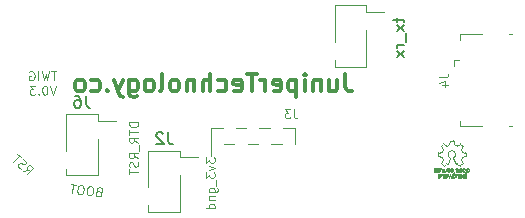
<source format=gbo>
G04 #@! TF.GenerationSoftware,KiCad,Pcbnew,(6.0.0)*
G04 #@! TF.CreationDate,2022-02-21T14:52:46-06:00*
G04 #@! TF.ProjectId,temp sensor,74656d70-2073-4656-9e73-6f722e6b6963,0.3*
G04 #@! TF.SameCoordinates,Original*
G04 #@! TF.FileFunction,Legend,Bot*
G04 #@! TF.FilePolarity,Positive*
%FSLAX45Y45*%
G04 Gerber Fmt 4.5, Leading zero omitted, Abs format (unit mm)*
G04 Created by KiCad (PCBNEW (6.0.0)) date 2022-02-21 14:52:46*
%MOMM*%
%LPD*%
G01*
G04 APERTURE LIST*
%ADD10C,0.045000*%
%ADD11C,0.150000*%
%ADD12C,0.120000*%
%ADD13C,0.300000*%
G04 APERTURE END LIST*
D10*
X16028345Y-10036299D02*
G75*
G03*
X16031978Y-10037048I3579J8170D01*
G01*
X16007158Y-10064211D02*
G75*
G03*
X16003683Y-10061456I-7364J-5721D01*
G01*
X15880720Y-10091926D02*
X15886961Y-10091926D01*
X16060716Y-10036501D02*
G75*
G03*
X16062698Y-10036690I1887J9313D01*
G01*
X15952699Y-10034796D02*
G75*
G03*
X15954001Y-10036044I2968J1794D01*
G01*
X16100103Y-10026992D02*
X16100024Y-10029901D01*
X15910913Y-10032142D02*
X15910913Y-10011514D01*
X15856304Y-10016997D02*
G75*
G03*
X15854401Y-10014849I-8551J-5654D01*
G01*
X16050404Y-10031905D02*
G75*
G03*
X16050748Y-10035011I22873J964D01*
G01*
X15970203Y-9923110D02*
G75*
G03*
X15969442Y-9925040I627J-1363D01*
G01*
X15981764Y-10066967D02*
G75*
G03*
X15979775Y-10066779I-1893J-9377D01*
G01*
X15901875Y-10067367D02*
G75*
G03*
X15900716Y-10068636I1709J-2723D01*
G01*
X15996053Y-10042542D02*
X15996053Y-10024066D01*
X15841504Y-9908967D02*
X15869373Y-9914344D01*
X15847965Y-10036088D02*
G75*
G03*
X15850489Y-10034283I-2257J5823D01*
G01*
X15985075Y-10083053D02*
G75*
G03*
X15985958Y-10076376I-22874J6419D01*
G01*
X16008346Y-10011514D02*
X16008346Y-10014827D01*
X15910704Y-10034629D02*
G75*
G03*
X15910913Y-10032142I-13808J2414D01*
G01*
X16020756Y-10070795D02*
X16020756Y-10092041D01*
X15941646Y-10070221D02*
X15941761Y-10070221D01*
X15919727Y-10060897D02*
X15929653Y-10091926D01*
X16038702Y-10068844D02*
G75*
G03*
X16036579Y-10066908I-3872J-2113D01*
G01*
X16038878Y-10091657D02*
G75*
G03*
X16042130Y-10089659I-2731J8095D01*
G01*
X15954452Y-10017847D02*
G75*
G03*
X15950629Y-10019920I7960J-19243D01*
G01*
X15941963Y-10031423D02*
G75*
G03*
X15942159Y-10026992I-43384J4135D01*
G01*
X15852003Y-10022834D02*
G75*
G03*
X15850489Y-10019812I-7734J-1985D01*
G01*
X15935826Y-10024163D02*
G75*
G03*
X15935589Y-10022301I-12457J-640D01*
G01*
X16090614Y-10036119D02*
G75*
G03*
X16093562Y-10036690I2787J6502D01*
G01*
X15969442Y-9925040D02*
X15989121Y-9973237D01*
X15940804Y-9778317D02*
X15935428Y-9806186D01*
X16065090Y-10067220D02*
G75*
G03*
X16062641Y-10066779I-2368J-6129D01*
G01*
X16042484Y-9871342D02*
G75*
G03*
X16043585Y-9872241I1386J574D01*
G01*
X16027602Y-10084968D02*
G75*
G03*
X16028230Y-10085614I1962J1281D01*
G01*
X16093562Y-10036689D02*
G75*
G03*
X16096531Y-10036119I171J7125D01*
G01*
X15923503Y-10012439D02*
G75*
G03*
X15921475Y-10013753I8951J-16033D01*
G01*
X16050748Y-10019088D02*
G75*
G03*
X16050404Y-10022194I22315J-4046D01*
G01*
X15969863Y-10024286D02*
G75*
G03*
X15970497Y-10020723I-8764J3398D01*
G01*
X16032958Y-9846584D02*
X16048862Y-9823077D01*
X16068708Y-10064211D02*
G75*
G03*
X16065233Y-10061456I-7364J-5721D01*
G01*
X15857470Y-10068278D02*
G75*
G03*
X15855397Y-10066884I-4362J-4252D01*
G01*
X15923151Y-10022301D02*
G75*
G03*
X15922893Y-10024180I11259J-2503D01*
G01*
X15967424Y-10048374D02*
X15967424Y-10091926D01*
X15973664Y-10088698D02*
G75*
G03*
X15977304Y-10091388I8216J7312D01*
G01*
X15812909Y-10021162D02*
G75*
G03*
X15812345Y-10024252I9568J-3345D01*
G01*
X15926105Y-10042587D02*
G75*
G03*
X15929363Y-10042901I3116J15285D01*
G01*
X16037286Y-10035133D02*
G75*
G03*
X16038846Y-10032739I-4051J4345D01*
G01*
X16043479Y-10065086D02*
G75*
G03*
X16039197Y-10061639I-8639J-6350D01*
G01*
X16068386Y-10070652D02*
G75*
G03*
X16067073Y-10068543I-5331J-1856D01*
G01*
X16068823Y-10091926D02*
X16075063Y-10091926D01*
X15858477Y-10031020D02*
G75*
G03*
X15858748Y-10027064I-26671J3820D01*
G01*
X15972534Y-10037378D02*
X15968173Y-10033060D01*
X15864096Y-9963508D02*
G75*
G03*
X15864278Y-9965409I1242J-841D01*
G01*
X16090303Y-10011476D02*
G75*
G03*
X16087702Y-10012439I1895J-9117D01*
G01*
X15992087Y-10081253D02*
X15992198Y-10076376D01*
X15977530Y-9806186D02*
X15972154Y-9778317D01*
X15935589Y-10031798D02*
G75*
G03*
X15935826Y-10029901I-12522J2527D01*
G01*
X16001233Y-10066778D02*
G75*
G03*
X15999154Y-10067162I20J-5932D01*
G01*
X15958935Y-10017036D02*
G75*
G03*
X15954452Y-10017847I-198J-11706D01*
G01*
X16087702Y-10012439D02*
G75*
G03*
X16085674Y-10013753I8940J-16017D01*
G01*
X16050404Y-10022194D02*
X16050289Y-10027064D01*
X16096531Y-10036119D02*
G75*
G03*
X16098583Y-10034409I-2037J4528D01*
G01*
X15946959Y-10037414D02*
G75*
G03*
X15949762Y-10040419I7236J3939D01*
G01*
X15900340Y-10089301D02*
X15900469Y-10089301D01*
X15852003Y-10031275D02*
G75*
G03*
X15852508Y-10027064I-15200J3959D01*
G01*
X16059174Y-10035935D02*
G75*
G03*
X16060716Y-10036501I2594J4681D01*
G01*
X15877130Y-10061456D02*
G75*
G03*
X15872529Y-10060538I-4404J-10082D01*
G01*
X15849797Y-10041987D02*
G75*
G03*
X15854401Y-10039243I-5644J14707D01*
G01*
X15984351Y-10060825D02*
G75*
G03*
X15981683Y-10060538I-2584J-11480D01*
G01*
X16072670Y-9879090D02*
G75*
G03*
X16071454Y-9877617I-1500J0D01*
G01*
X16031978Y-10037048D02*
G75*
G03*
X16034919Y-10036569I107J8614D01*
G01*
X16088541Y-10019676D02*
G75*
G03*
X16087350Y-10022301I6758J-4648D01*
G01*
X16013513Y-10091926D02*
X16013513Y-10060897D01*
X15886139Y-10042542D02*
X15892379Y-10042542D01*
X15844432Y-10036690D02*
G75*
G03*
X15847965Y-10036088I196J9531D01*
G01*
X16098583Y-10019676D02*
G75*
G03*
X16096531Y-10017965I-4088J-2817D01*
G01*
X15973664Y-10076376D02*
G75*
G03*
X15974547Y-10082931I24136J-89D01*
G01*
X16084137Y-10038956D02*
G75*
G03*
X16085674Y-10040346I8014J7317D01*
G01*
X15977344Y-10061557D02*
G75*
G03*
X15973664Y-10064211I7791J-14680D01*
G01*
X16068823Y-10073449D02*
X16068823Y-10091926D01*
X16103001Y-10038956D02*
G75*
G03*
X16105576Y-10034531I-8810J8088D01*
G01*
X16058159Y-10042621D02*
G75*
G03*
X16060804Y-10042901I2562J11584D01*
G01*
X16067073Y-10068543D02*
G75*
G03*
X16065090Y-10067220I-4136J-4051D01*
G01*
X15857661Y-10019750D02*
G75*
G03*
X15856304Y-10016997I-11833J-4127D01*
G01*
X15811914Y-10041753D02*
G75*
G03*
X15817940Y-10042901I5979J15002D01*
G01*
X15809950Y-10014698D02*
G75*
G03*
X15807077Y-10018858I7686J-8379D01*
G01*
X16044486Y-10035099D02*
G75*
G03*
X16045326Y-10031529I-17403J5981D01*
G01*
X15841329Y-10042524D02*
G75*
G03*
X15844675Y-10042901I3273J14026D01*
G01*
X15909936Y-10079152D02*
G75*
G03*
X15907613Y-10078857I-2497J-10366D01*
G01*
X15910074Y-10036795D02*
G75*
G03*
X15910704Y-10034629I-9583J3961D01*
G01*
X15955965Y-10036797D02*
G75*
G03*
X15958390Y-10037048I2326J10632D01*
G01*
X15864527Y-10084482D02*
G75*
G03*
X15865367Y-10080913I-17403J5979D01*
G01*
X15910123Y-10066908D02*
G75*
G03*
X15908509Y-10066542I-2705J-8190D01*
G01*
X15937280Y-10040346D02*
G75*
G03*
X15938802Y-10038956I-6422J8563D01*
G01*
X15846874Y-10070546D02*
G75*
G03*
X15846310Y-10073636I9568J-3345D01*
G01*
X16050748Y-10035011D02*
G75*
G03*
X16052498Y-10038899I9042J1733D01*
G01*
X15869373Y-9872241D02*
G75*
G03*
X15870474Y-9871342I-284J1473D01*
G01*
X16058159Y-10011442D02*
G75*
G03*
X16055905Y-10012303I1932J-8439D01*
G01*
X15966165Y-10041520D02*
G75*
G03*
X15972534Y-10037378I-7891J19101D01*
G01*
X16000155Y-10011155D02*
G75*
G03*
X15996603Y-10011842I19J-9625D01*
G01*
X15986618Y-10091166D02*
G75*
G03*
X15989989Y-10088282I-4726J8939D01*
G01*
X16032815Y-9938585D02*
X16042484Y-9915242D01*
X16066207Y-10035908D02*
G75*
G03*
X16067955Y-10033562I-1931J3264D01*
G01*
X16028194Y-10061091D02*
G75*
G03*
X16024199Y-10062776I2833J-12290D01*
G01*
X15903815Y-10066628D02*
G75*
G03*
X15901875Y-10067367I984J-5502D01*
G01*
X15973664Y-10064211D02*
X15973664Y-10048374D01*
X15992087Y-10071559D02*
G75*
G03*
X15991754Y-10068471I-23307J-954D01*
G01*
X16099465Y-10012439D02*
G75*
G03*
X16096859Y-10011476I-4457J-8053D01*
G01*
X15905203Y-10092205D02*
G75*
G03*
X15907914Y-10092399I2582J17065D01*
G01*
X16014586Y-10011514D02*
X16008346Y-10011514D01*
X15916595Y-10026992D02*
G75*
G03*
X15916789Y-10031423I44010J-296D01*
G01*
X15977819Y-10066975D02*
G75*
G03*
X15976295Y-10067564I1065J-5023D01*
G01*
X16023873Y-10014698D02*
G75*
G03*
X16021001Y-10018858I7684J-8378D01*
G01*
X15880253Y-10070331D02*
G75*
G03*
X15878848Y-10068321I-4415J-1589D01*
G01*
X16042130Y-10089659D02*
G75*
G03*
X16044282Y-10086658I-5822J6446D01*
G01*
X16065233Y-10061456D02*
G75*
G03*
X16060632Y-10060538I-4404J-10082D01*
G01*
X15838120Y-10033419D02*
X15833514Y-10037550D01*
X15958877Y-10042901D02*
G75*
G03*
X15966165Y-10041520I128J19249D01*
G01*
X16044282Y-10086658D02*
G75*
G03*
X16044999Y-10082931I-8686J3604D01*
G01*
X16068823Y-10014770D02*
G75*
G03*
X16065190Y-10012059I-8212J-7214D01*
G01*
X16071454Y-9877617D02*
X16043585Y-9872241D01*
X16007273Y-10091926D02*
X16013513Y-10091926D01*
X15952779Y-10024376D02*
G75*
G03*
X15950882Y-10024975I2187J-10228D01*
G01*
X15894300Y-10070795D02*
X15894300Y-10092041D01*
X15960155Y-10023707D02*
X15955019Y-10024066D01*
X15983310Y-10085318D02*
G75*
G03*
X15985075Y-10083053I-1803J3226D01*
G01*
X15917370Y-10034531D02*
G75*
G03*
X15919938Y-10038956I11315J3608D01*
G01*
X15865367Y-10080913D02*
G75*
G03*
X15865647Y-10076533I-31242J4196D01*
G01*
X15946771Y-10015372D02*
X15950629Y-10019920D01*
X15879054Y-10011514D02*
X15872814Y-10011514D01*
X15833514Y-10016534D02*
X15838120Y-10020637D01*
X15840686Y-10087292D02*
G75*
G03*
X15843140Y-10089602I11417J9669D01*
G01*
X15886263Y-9800909D02*
G75*
G03*
X15884362Y-9801091I-841J-1242D01*
G01*
X16028330Y-10067367D02*
G75*
G03*
X16027172Y-10068636I1709J-2723D01*
G01*
X16056530Y-10091926D02*
X16056530Y-10073449D01*
X16030298Y-10017501D02*
G75*
G03*
X16028241Y-10018894I2314J-5631D01*
G01*
X16087350Y-10022301D02*
G75*
G03*
X16087092Y-10024180I11259J-2504D01*
G01*
X16068823Y-10011514D02*
X16068823Y-10014770D01*
X16026795Y-10081138D02*
G75*
G03*
X16027154Y-10084007I9582J-258D01*
G01*
X15993176Y-10013902D02*
G75*
G03*
X15990653Y-10017279I5406J-6670D01*
G01*
X15943970Y-10060897D02*
X15939423Y-10060897D01*
X15845205Y-10083433D02*
G75*
G03*
X15848387Y-10085682I7429J7135D01*
G01*
X16032810Y-10011155D02*
G75*
G03*
X16028022Y-10012041I-95J-12868D01*
G01*
X16039197Y-10061639D02*
G75*
G03*
X16036448Y-10060806I-4852J-11059D01*
G01*
X16106162Y-10031423D02*
G75*
G03*
X16106358Y-10026992I-43462J4136D01*
G01*
X15952264Y-10033060D02*
G75*
G03*
X15952699Y-10034796I3387J-75D01*
G01*
X15934529Y-9807287D02*
G75*
G03*
X15935428Y-9806186I-574J1386D01*
G01*
X16096531Y-10017965D02*
G75*
G03*
X16093562Y-10017395I-2799J-6559D01*
G01*
X16013513Y-10060897D02*
X16007273Y-10060897D01*
X15859407Y-10073636D02*
X15846310Y-10073636D01*
X15912246Y-10068844D02*
X15917023Y-10065086D01*
X15932332Y-10017965D02*
G75*
G03*
X15929363Y-10017395I-2799J-6557D01*
G01*
X15894543Y-10068175D02*
G75*
G03*
X15894300Y-10070795I15209J-2728D01*
G01*
X16099788Y-10031798D02*
G75*
G03*
X16100024Y-10029901I-12521J2526D01*
G01*
X15831424Y-10022967D02*
G75*
G03*
X15830647Y-10019484I-19219J-2458D01*
G01*
X15983310Y-10067533D02*
G75*
G03*
X15981764Y-10066967I-2598J-4700D01*
G01*
X16048681Y-9821175D02*
X16028596Y-9801091D01*
X15963389Y-10022667D02*
G75*
G03*
X15964040Y-10021761I-2196J2265D01*
G01*
X15917023Y-10065086D02*
G75*
G03*
X15912741Y-10061639I-8637J-6347D01*
G01*
X15892379Y-10030019D02*
G75*
G03*
X15892816Y-10032834I8373J-142D01*
G01*
X16023099Y-10040218D02*
G75*
G03*
X16025838Y-10041753I7252J9732D01*
G01*
X15929363Y-10042901D02*
G75*
G03*
X15932660Y-10042587I151J15895D01*
G01*
X15946547Y-10029945D02*
G75*
G03*
X15946024Y-10033361I10309J-3325D01*
G01*
X15850489Y-10019812D02*
G75*
G03*
X15847965Y-10017999I-4792J-4007D01*
G01*
X16008346Y-10024066D02*
X16008346Y-10042542D01*
X16003683Y-10061456D02*
G75*
G03*
X15999081Y-10060538I-4404J-10082D01*
G01*
X16093562Y-10017395D02*
G75*
G03*
X16090614Y-10017965I-162J-7068D01*
G01*
X15965089Y-10028726D02*
G75*
G03*
X15967958Y-10026971I-3534J8997D01*
G01*
X15840288Y-9907494D02*
G75*
G03*
X15841504Y-9908967I1500J0D01*
G01*
X15855397Y-10066884D02*
G75*
G03*
X15852851Y-10066420I-2464J-6296D01*
G01*
X15829161Y-10037859D02*
G75*
G03*
X15830562Y-10035099I-9100J6355D01*
G01*
X15850489Y-10034283D02*
G75*
G03*
X15852003Y-10031275I-6168J4989D01*
G01*
X16065190Y-10012059D02*
G75*
G03*
X16060804Y-10011155I-4273J-9643D01*
G01*
X15989812Y-10042542D02*
X15996053Y-10042542D01*
X15942159Y-10026992D02*
G75*
G03*
X15941963Y-10022637I-42266J284D01*
G01*
X16031659Y-10092205D02*
G75*
G03*
X16034370Y-10092399I2582J17065D01*
G01*
X16045606Y-10027150D02*
G75*
G03*
X16045348Y-10022967I-31360J160D01*
G01*
X15948112Y-10027042D02*
G75*
G03*
X15946547Y-10029945I7393J-5860D01*
G01*
X15845879Y-10091137D02*
G75*
G03*
X15851905Y-10092284I5979J15002D01*
G01*
X15838349Y-10041395D02*
G75*
G03*
X15841329Y-10042524I5790J10778D01*
G01*
X16067955Y-10020537D02*
G75*
G03*
X16066207Y-10018181I-3697J-917D01*
G01*
X16026695Y-9800909D02*
X16003187Y-9816813D01*
X15856304Y-10037110D02*
G75*
G03*
X15857661Y-10034369I-10345J6832D01*
G01*
X16026834Y-10021162D02*
G75*
G03*
X16026269Y-10024252I9568J-3346D01*
G01*
X15999768Y-10017836D02*
G75*
G03*
X15997803Y-10019160I2208J-5401D01*
G01*
X15903065Y-10091625D02*
G75*
G03*
X15905203Y-10092206I3508J8684D01*
G01*
X16050289Y-10071297D02*
X16050289Y-10091926D01*
X15996490Y-10021268D02*
G75*
G03*
X15996053Y-10024066I7859J-2661D01*
G01*
X15992198Y-10076376D02*
X15992087Y-10071559D01*
X16100024Y-10024163D02*
G75*
G03*
X16099788Y-10022301I-12422J-634D01*
G01*
X15900340Y-10081138D02*
G75*
G03*
X15900699Y-10084007I9582J-258D01*
G01*
X15976295Y-10085288D02*
G75*
G03*
X15977819Y-10085877I2590J4436D01*
G01*
X16045000Y-10082931D02*
G75*
G03*
X16044379Y-10079356I-9982J109D01*
G01*
X15960155Y-10023707D02*
G75*
G03*
X15962147Y-10023361I-474J8640D01*
G01*
X16026795Y-10081138D02*
X16026795Y-10078857D01*
X15929363Y-10036690D02*
G75*
G03*
X15932332Y-10036119I171J7128D01*
G01*
X16066207Y-10018181D02*
G75*
G03*
X16064673Y-10017591I-2597J-4473D01*
G01*
X15955164Y-10011442D02*
G75*
G03*
X15951971Y-10012303I2430J-15367D01*
G01*
X15981683Y-10092284D02*
G75*
G03*
X15984351Y-10092005I85J12054D01*
G01*
X16093562Y-10011155D02*
G75*
G03*
X16090303Y-10011476I-141J-15264D01*
G01*
X15857661Y-10034369D02*
G75*
G03*
X15858477Y-10031020I-16719J5844D01*
G01*
X15818886Y-10017037D02*
G75*
G03*
X15816374Y-10017501I-77J-6607D01*
G01*
X15814422Y-10036299D02*
G75*
G03*
X15818055Y-10037048I3579J8170D01*
G01*
X15907914Y-10092399D02*
G75*
G03*
X15912422Y-10091657I-75J14513D01*
G01*
X15872814Y-10042542D02*
X15879054Y-10042542D01*
X15955019Y-10024066D02*
G75*
G03*
X15952779Y-10024375I975J-15292D01*
G01*
X15823362Y-10035133D02*
G75*
G03*
X15824922Y-10032739I-4053J4346D01*
G01*
X16036579Y-10066908D02*
G75*
G03*
X16034965Y-10066542I-2705J-8190D01*
G01*
X16039455Y-10074421D02*
G75*
G03*
X16035202Y-10073722I-4170J-12078D01*
G01*
X15915675Y-10089659D02*
G75*
G03*
X15917827Y-10086658I-5822J6446D01*
G01*
X15823505Y-10018894D02*
G75*
G03*
X15821432Y-10017501I-4362J-4252D01*
G01*
X15857275Y-10061404D02*
G75*
G03*
X15852851Y-10060538I-4439J-10943D01*
G01*
X15869373Y-9872241D02*
X15841504Y-9877617D01*
X16026695Y-9985675D02*
G75*
G03*
X16028596Y-9985494I841J1242D01*
G01*
X15922807Y-10027064D02*
X15922893Y-10024180D01*
X15995754Y-10061137D02*
G75*
G03*
X15992598Y-10062934I4175J-11006D01*
G01*
X15967958Y-10026971D02*
G75*
G03*
X15969863Y-10024286I-4693J5346D01*
G01*
X15880143Y-9847999D02*
X15870474Y-9871342D01*
X15963666Y-10060897D02*
X15957067Y-10060897D01*
X15858139Y-10013551D02*
X15862643Y-10018930D01*
X15884362Y-9985494D02*
G75*
G03*
X15886264Y-9985675I1061J1061D01*
G01*
X15951114Y-10082630D02*
X15950999Y-10082630D01*
X16004756Y-10012073D02*
G75*
G03*
X16000155Y-10011155I-4404J-10082D01*
G01*
X15900940Y-10036252D02*
G75*
G03*
X15902923Y-10034939I-2137J5383D01*
G01*
X16004613Y-10017836D02*
G75*
G03*
X16002164Y-10017395I-2368J-6129D01*
G01*
X15970203Y-9923110D02*
G75*
G03*
X15942755Y-9923110I-13724J29818D01*
G01*
X15858477Y-10023105D02*
G75*
G03*
X15857661Y-10019750I-17624J-2505D01*
G01*
X15958935Y-10011155D02*
G75*
G03*
X15955164Y-10011442I-130J-23229D01*
G01*
X15903901Y-10086342D02*
G75*
G03*
X15907154Y-10086546I2740J17613D01*
G01*
X15951971Y-10012303D02*
G75*
G03*
X15946771Y-10015372I6823J-17497D01*
G01*
X16026795Y-10073722D02*
X16026795Y-10070437D01*
X16028596Y-9801091D02*
G75*
G03*
X16026695Y-9800909I-1061J-1061D01*
G01*
X16030357Y-10086342D02*
G75*
G03*
X16033610Y-10086546I2740J17613D01*
G01*
X15935266Y-10041646D02*
G75*
G03*
X15937280Y-10040346I-8072J14717D01*
G01*
X16087092Y-10029936D02*
G75*
G03*
X16087350Y-10031812I11502J628D01*
G01*
X15935266Y-10012439D02*
G75*
G03*
X15932660Y-10011476I-4458J-8055D01*
G01*
X15861295Y-10011754D02*
G75*
G03*
X15858139Y-10013551I4176J-11008D01*
G01*
X15989989Y-10088282D02*
G75*
G03*
X15991754Y-10084380I-6985J5509D01*
G01*
X16026795Y-10089301D02*
X16026925Y-10089301D01*
X16068823Y-10039257D02*
X16068823Y-10064211D01*
X15935826Y-10024162D02*
X15935905Y-10026992D01*
X15892379Y-10039257D02*
X15892508Y-10039257D01*
X15916062Y-10076404D02*
G75*
G03*
X15912999Y-10074421I-5667J-5395D01*
G01*
X16039018Y-10081039D02*
G75*
G03*
X16038042Y-10079879I-2662J-1250D01*
G01*
X16037234Y-10012021D02*
G75*
G03*
X16032810Y-10011155I-4439J-10945D01*
G01*
X15897743Y-10062776D02*
G75*
G03*
X15895196Y-10065964I4234J-5994D01*
G01*
X15900340Y-10092041D02*
X15900340Y-10089301D01*
X16038042Y-10079880D02*
G75*
G03*
X16036392Y-10079152I-2766J-4039D01*
G01*
X15900340Y-10081138D02*
X15900340Y-10078857D01*
X15921875Y-9974055D02*
G75*
G03*
X15923837Y-9973237I574J1386D01*
G01*
X15880720Y-10073277D02*
G75*
G03*
X15880253Y-10070331I-8334J188D01*
G01*
X16098583Y-10034409D02*
G75*
G03*
X16099788Y-10031798I-5656J4194D01*
G01*
X16036448Y-10060806D02*
G75*
G03*
X16033294Y-10060567I-2789J-15851D01*
G01*
X16101478Y-10013753D02*
G75*
G03*
X16099465Y-10012439I-10884J-14476D01*
G01*
X16024199Y-10062776D02*
G75*
G03*
X16021652Y-10065964I4234J-5994D01*
G01*
X15865389Y-10072350D02*
G75*
G03*
X15864612Y-10068868I-19219J-2458D01*
G01*
X15941378Y-10019554D02*
G75*
G03*
X15938802Y-10015129I-11387J-3664D01*
G01*
X15880605Y-10064211D02*
G75*
G03*
X15877130Y-10061456I-7364J-5721D01*
G01*
X15904236Y-10032834D02*
G75*
G03*
X15904673Y-10030019I-7936J2673D01*
G01*
X16055905Y-10012303D02*
G75*
G03*
X16052498Y-10015186I5309J-9728D01*
G01*
X16034370Y-10092399D02*
G75*
G03*
X16038878Y-10091657I-75J14513D01*
G01*
X16105576Y-10019554D02*
G75*
G03*
X16103001Y-10015129I-11385J-3662D01*
G01*
X16068823Y-10027064D02*
G75*
G03*
X16067955Y-10020537I-24405J76D01*
G01*
X15886961Y-10091926D02*
X15886961Y-10060897D01*
X15934383Y-10019676D02*
G75*
G03*
X15932332Y-10017965I-4089J-2818D01*
G01*
X16081569Y-10034531D02*
G75*
G03*
X16084137Y-10038956I11316J3608D01*
G01*
X15934529Y-9807287D02*
X15911186Y-9816956D01*
X16033610Y-10086546D02*
G75*
G03*
X16036210Y-10086242I180J9711D01*
G01*
X15872347Y-10020947D02*
G75*
G03*
X15870942Y-10018937I-4415J-1590D01*
G01*
X15892508Y-10039257D02*
G75*
G03*
X15895958Y-10041990I7331J5712D01*
G01*
X15974547Y-10069920D02*
G75*
G03*
X15973664Y-10076376I22875J-6414D01*
G01*
X15844432Y-10017395D02*
G75*
G03*
X15841017Y-10018206I-55J-7364D01*
G01*
X16001772Y-9816956D02*
X15978429Y-9807287D01*
X16050500Y-10068822D02*
G75*
G03*
X16050289Y-10071297I13664J-2407D01*
G01*
X15919938Y-10038956D02*
G75*
G03*
X15921475Y-10040346I8015J7319D01*
G01*
X15909754Y-10086242D02*
G75*
G03*
X15911500Y-10085327I-1018J4069D01*
G01*
X15929363Y-10017395D02*
G75*
G03*
X15926415Y-10017965I-161J-7071D01*
G01*
X15845205Y-10083433D02*
X15840687Y-10087292D01*
X16051130Y-10066662D02*
G75*
G03*
X16050500Y-10068822I9534J-3956D01*
G01*
X15937280Y-10013753D02*
G75*
G03*
X15935266Y-10012439I-10865J-14452D01*
G01*
X15919938Y-10015129D02*
G75*
G03*
X15917370Y-10019554I8749J-8034D01*
G01*
X15880720Y-10060897D02*
X15880720Y-10064211D01*
X16036210Y-10086242D02*
G75*
G03*
X16037956Y-10085327I-1018J4069D01*
G01*
X16060804Y-10011155D02*
G75*
G03*
X16058159Y-10011442I-82J-11581D01*
G01*
X15863126Y-10087243D02*
G75*
G03*
X15864527Y-10084482I-9100J6355D01*
G01*
X15977304Y-10091388D02*
G75*
G03*
X15981683Y-10092284I4269J9706D01*
G01*
X15938802Y-10038956D02*
G75*
G03*
X15941378Y-10034531I-8810J8088D01*
G01*
X16029521Y-10091625D02*
G75*
G03*
X16031659Y-10092206I3508J8684D01*
G01*
X15844675Y-10042901D02*
G75*
G03*
X15849797Y-10041987I66J14431D01*
G01*
X15953909Y-10042281D02*
G75*
G03*
X15958878Y-10042901I4802J18254D01*
G01*
X16007273Y-10073277D02*
X16007273Y-10091926D01*
X15806119Y-10024252D02*
X15806119Y-10029388D01*
X15962147Y-10023361D02*
G75*
G03*
X15963389Y-10022667I-824J2934D01*
G01*
X15999154Y-10067162D02*
G75*
G03*
X15997102Y-10068313I2911J-7593D01*
G01*
X15917370Y-10019554D02*
G75*
G03*
X15916789Y-10022637I15217J-4465D01*
G01*
X15985958Y-10076376D02*
G75*
G03*
X15985075Y-10069798I-23370J213D01*
G01*
X15912523Y-10084079D02*
G75*
G03*
X15912863Y-10082630I-2828J1429D01*
G01*
X15843140Y-10089602D02*
G75*
G03*
X15845879Y-10091137I7250J9728D01*
G01*
X15935147Y-10091926D02*
X15941646Y-10070221D01*
X15825442Y-10024252D02*
X15812345Y-10024252D01*
X15935589Y-10022301D02*
G75*
G03*
X15934383Y-10019676I-7127J-1683D01*
G01*
X16007273Y-10060897D02*
X16007273Y-10064211D01*
X16032810Y-10017037D02*
G75*
G03*
X16030298Y-10017501I-77J-6609D01*
G01*
X15840288Y-9879090D02*
X15840288Y-9907494D01*
X15912863Y-10082630D02*
G75*
G03*
X15912562Y-10081039I-3566J149D01*
G01*
X15896095Y-10036252D02*
G75*
G03*
X15898490Y-10036690I2322J5936D01*
G01*
X15900513Y-10042901D02*
G75*
G03*
X15904117Y-10042218I-7J9884D01*
G01*
X15979775Y-10066779D02*
G75*
G03*
X15977819Y-10066975I-93J-8915D01*
G01*
X15886139Y-10011514D02*
X15886139Y-10042542D01*
X15970497Y-10020723D02*
G75*
G03*
X15969669Y-10016577I-9755J207D01*
G01*
X15917827Y-10086658D02*
G75*
G03*
X15918544Y-10082931I-8686J3604D01*
G01*
X16055905Y-10041782D02*
G75*
G03*
X16058159Y-10042621I4167J7745D01*
G01*
X15990023Y-10019439D02*
G75*
G03*
X15989812Y-10021914I13652J-2406D01*
G01*
X15870942Y-10018937D02*
G75*
G03*
X15866775Y-10017395I-4165J-4853D01*
G01*
X16048862Y-9963508D02*
X16032958Y-9940000D01*
X16020043Y-10029388D02*
X16039366Y-10029388D01*
X15923837Y-9973237D02*
X15943516Y-9925040D01*
X15956066Y-10030019D02*
X15961560Y-10029503D01*
X16060716Y-10017585D02*
G75*
G03*
X16059174Y-10018155I1055J-5223D01*
G01*
X15921475Y-10040346D02*
G75*
G03*
X15923503Y-10041646I10170J13633D01*
G01*
X15823310Y-10012021D02*
G75*
G03*
X15818886Y-10011155I-4439J-10943D01*
G01*
X15922893Y-10029936D02*
G75*
G03*
X15923151Y-10031812I11501J626D01*
G01*
X15981764Y-10085884D02*
G75*
G03*
X15983310Y-10085318I-1056J5276D01*
G01*
X16008346Y-10024066D02*
G75*
G03*
X16007909Y-10021268I-8295J137D01*
G01*
X15911186Y-9969628D02*
G75*
G03*
X15909771Y-9969771I-574J-1386D01*
G01*
X16062698Y-10036690D02*
G75*
G03*
X16064673Y-10036494I94J9122D01*
G01*
X16064673Y-10017591D02*
G75*
G03*
X16062698Y-10017395I-1879J-8869D01*
G01*
X15916789Y-10022637D02*
G75*
G03*
X15916595Y-10026992I42487J-4072D01*
G01*
X15854401Y-10039243D02*
G75*
G03*
X15856304Y-10037110I-6538J7745D01*
G01*
X15858872Y-10070546D02*
G75*
G03*
X15857470Y-10068278I-5806J-2021D01*
G01*
X15929653Y-10091926D02*
X15935147Y-10091926D01*
X16006596Y-10019160D02*
G75*
G03*
X16004613Y-10017836I-4136J-4051D01*
G01*
X16041123Y-10039810D02*
G75*
G03*
X16043085Y-10037859I-4543J6529D01*
G01*
X15814098Y-10012041D02*
G75*
G03*
X15809950Y-10014698I4990J-12358D01*
G01*
X15894129Y-10034939D02*
G75*
G03*
X15896095Y-10036252I4158J4099D01*
G01*
X15818886Y-10011155D02*
G75*
G03*
X15814098Y-10012041I-95J-12869D01*
G01*
X16042518Y-10076404D02*
G75*
G03*
X16039455Y-10074421I-5666J-5393D01*
G01*
X15979775Y-10086073D02*
G75*
G03*
X15981764Y-10085884I97J9548D01*
G01*
X15932278Y-10082630D02*
X15926340Y-10060897D01*
X15909992Y-10060806D02*
G75*
G03*
X15906838Y-10060567I-2790J-15861D01*
G01*
X15996603Y-10011842D02*
G75*
G03*
X15993176Y-10013902I4874J-11985D01*
G01*
X15932660Y-10042587D02*
G75*
G03*
X15935266Y-10041646I-1834J9154D01*
G01*
X15900340Y-10073722D02*
X15900340Y-10070437D01*
X15864612Y-10068868D02*
G75*
G03*
X15863320Y-10066085I-11762J-3773D01*
G01*
X15976295Y-10067564D02*
G75*
G03*
X15974547Y-10069920I1979J-3295D01*
G01*
X15924342Y-10034409D02*
G75*
G03*
X15926415Y-10036119I4180J2955D01*
G01*
X16043585Y-9914344D02*
X16071454Y-9908967D01*
X16037956Y-10085327D02*
G75*
G03*
X16038979Y-10084079I-2527J3114D01*
G01*
X15952502Y-10031853D02*
G75*
G03*
X15952264Y-10033060I2680J-1155D01*
G01*
X15926105Y-10011476D02*
G75*
G03*
X15923503Y-10012439I1898J-9125D01*
G01*
X16005401Y-10068321D02*
G75*
G03*
X16001233Y-10066779I-4164J-4851D01*
G01*
X15932408Y-10082630D02*
X15932278Y-10082630D01*
X15989121Y-9973237D02*
G75*
G03*
X15991083Y-9974055I1389J567D01*
G01*
X16002163Y-10017395D02*
G75*
G03*
X15999768Y-10017836I-73J-6329D01*
G01*
X16038702Y-10068844D02*
X16043479Y-10065086D01*
X15866775Y-10017395D02*
G75*
G03*
X15864695Y-10017779I20J-5932D01*
G01*
X16052498Y-10038899D02*
G75*
G03*
X16055905Y-10041782I8390J6459D01*
G01*
X16025164Y-10034050D02*
G75*
G03*
X16028345Y-10036299I7431J7138D01*
G01*
X15830647Y-10019484D02*
G75*
G03*
X15829355Y-10016702I-11762J-3773D01*
G01*
X15856608Y-10091512D02*
G75*
G03*
X15861165Y-10089193I-5883J17197D01*
G01*
X16048681Y-9965409D02*
G75*
G03*
X16048862Y-9963508I-1061J1061D01*
G01*
X15829355Y-10016702D02*
G75*
G03*
X15827544Y-10014619I-7625J-4801D01*
G01*
X16068823Y-10064211D02*
X16068708Y-10064211D01*
X15950999Y-10082630D02*
X15943970Y-10060897D01*
X15841017Y-10018206D02*
G75*
G03*
X15838120Y-10020637I4321J-8091D01*
G01*
X15898490Y-10036690D02*
G75*
G03*
X15900940Y-10036252I83J6612D01*
G01*
X16096859Y-10011476D02*
G75*
G03*
X16093562Y-10011155I-3148J-15241D01*
G01*
X15872699Y-10014827D02*
G75*
G03*
X15869224Y-10012073I-7364J-5721D01*
G01*
X15861165Y-10089193D02*
G75*
G03*
X15863126Y-10087243I-4541J6527D01*
G01*
X15917923Y-10079356D02*
G75*
G03*
X15916062Y-10076404I-8306J-3175D01*
G01*
X15892379Y-10030019D02*
X15892379Y-10011514D01*
X15901147Y-10084968D02*
G75*
G03*
X15901775Y-10085614I1962J1281D01*
G01*
X15956066Y-10030019D02*
G75*
G03*
X15954403Y-10030333I555J-7511D01*
G01*
X15906537Y-10066420D02*
G75*
G03*
X15903815Y-10066628I-404J-12636D01*
G01*
X16106358Y-10026992D02*
G75*
G03*
X16106162Y-10022637I-42304J283D01*
G01*
X16096859Y-10042587D02*
G75*
G03*
X16099465Y-10041646I-1834J9152D01*
G01*
X16057412Y-10033670D02*
G75*
G03*
X16059174Y-10035935I3572J962D01*
G01*
X15852851Y-10066420D02*
G75*
G03*
X15850339Y-10066884I-77J-6607D01*
G01*
X15864278Y-9965409D02*
X15884362Y-9985494D01*
X16075063Y-10091926D02*
X16075063Y-10011514D01*
X16026795Y-10092041D02*
X16026795Y-10089301D01*
X15872814Y-10011514D02*
X15872814Y-10014827D01*
X16026795Y-10078857D02*
X16034069Y-10078857D01*
X15880000Y-9940000D02*
X15864096Y-9963508D01*
X15807077Y-10018858D02*
G75*
G03*
X15806119Y-10024252I13433J-5167D01*
G01*
X15961560Y-10029502D02*
G75*
G03*
X15965089Y-10028726I-773J11923D01*
G01*
X16057080Y-10061225D02*
G75*
G03*
X16053653Y-10063285I4874J-11985D01*
G01*
X15864695Y-10017779D02*
G75*
G03*
X15862643Y-10018930I2910J-7592D01*
G01*
X15948245Y-10091926D02*
X15953753Y-10091926D01*
X15861509Y-10064003D02*
G75*
G03*
X15857275Y-10061404I-10245J-11946D01*
G01*
X15969669Y-10016577D02*
G75*
G03*
X15967184Y-10013579I-6959J-3240D01*
G01*
X16035202Y-10073722D02*
X16026795Y-10073722D01*
X16035357Y-10017501D02*
G75*
G03*
X16032810Y-10017036I-2465J-6300D01*
G01*
X16041468Y-10014619D02*
G75*
G03*
X16037234Y-10012021I-10244J-11943D01*
G01*
X15970681Y-9777102D02*
X15942277Y-9777102D01*
X15908509Y-10066542D02*
G75*
G03*
X15906537Y-10066420I-1892J-14588D01*
G01*
X16081569Y-10019554D02*
G75*
G03*
X16080988Y-10022637I15217J-4464D01*
G01*
X15977530Y-9806186D02*
G75*
G03*
X15978429Y-9807287I1473J284D01*
G01*
X15814317Y-10018894D02*
G75*
G03*
X15812910Y-10021163I4504J-4365D01*
G01*
X15918544Y-10082931D02*
G75*
G03*
X15917923Y-10079356I-9982J109D01*
G01*
X15825442Y-10024252D02*
G75*
G03*
X15824907Y-10021163I-9911J-123D01*
G01*
X15989989Y-10064569D02*
G75*
G03*
X15986618Y-10061686I-8400J-6409D01*
G01*
X15986618Y-10061686D02*
G75*
G03*
X15984351Y-10060825I-4191J-7621D01*
G01*
X15874681Y-10066778D02*
G75*
G03*
X15872601Y-10067162I20J-5932D01*
G01*
X16058280Y-10068543D02*
G75*
G03*
X16056967Y-10070652I4018J-3965D01*
G01*
X16034965Y-10066542D02*
G75*
G03*
X16032993Y-10066420I-1892J-14588D01*
G01*
X15967424Y-10091926D02*
X15973664Y-10091926D01*
X16087350Y-10031812D02*
G75*
G03*
X16088541Y-10034409I7638J1931D01*
G01*
X15900716Y-10068636D02*
G75*
G03*
X15900340Y-10070437I3537J-1679D01*
G01*
X15858887Y-10082123D02*
G75*
G03*
X15859407Y-10078771I-9310J3159D01*
G01*
X15922893Y-10029937D02*
X15922807Y-10027064D01*
X15964258Y-10020781D02*
G75*
G03*
X15963088Y-10018098I-3467J85D01*
G01*
X16105576Y-10034531D02*
G75*
G03*
X16106162Y-10031423I-15126J4463D01*
G01*
X15841002Y-10035872D02*
G75*
G03*
X15844432Y-10036690I3368J6525D01*
G01*
X16072670Y-9907494D02*
X16072670Y-9879090D01*
X15850339Y-10066884D02*
G75*
G03*
X15848282Y-10068278I2312J-5631D01*
G01*
X16003187Y-9969771D02*
G75*
G03*
X16001772Y-9969628I-841J-1242D01*
G01*
X15901775Y-10085614D02*
G75*
G03*
X15903901Y-10086342I2930J5088D01*
G01*
X15827200Y-10039810D02*
G75*
G03*
X15829161Y-10037859I-4541J6527D01*
G01*
X16032993Y-10066420D02*
G75*
G03*
X16030270Y-10066628I-404J-12636D01*
G01*
X16100024Y-10024162D02*
X16100103Y-10026992D01*
X16020043Y-10024252D02*
X16020043Y-10029388D01*
X16028023Y-10012041D02*
G75*
G03*
X16023873Y-10014698I4991J-12362D01*
G01*
X16032815Y-9938585D02*
G75*
G03*
X16032958Y-9940000I1386J-574D01*
G01*
X15880720Y-10073277D02*
X15880720Y-10091926D01*
X16045348Y-10022967D02*
G75*
G03*
X16044572Y-10019484I-19230J-2457D01*
G01*
X15974547Y-10082931D02*
G75*
G03*
X15976295Y-10085288I3726J938D01*
G01*
X15904673Y-10011514D02*
X15904673Y-10030019D01*
X15872814Y-10023894D02*
X15872814Y-10042542D01*
X16014586Y-10042542D02*
X16014586Y-10011514D01*
X15973664Y-10091926D02*
X15973664Y-10088698D01*
X15840084Y-10078771D02*
X15859407Y-10078771D01*
X15934383Y-10034409D02*
G75*
G03*
X15935589Y-10031798I-5659J4196D01*
G01*
X16088541Y-10034409D02*
G75*
G03*
X16090614Y-10036119I4179J2952D01*
G01*
X16033294Y-10060567D02*
G75*
G03*
X16028194Y-10061091I-447J-20748D01*
G01*
X16050289Y-10091926D02*
X16056530Y-10091926D01*
X15820995Y-10036569D02*
G75*
G03*
X15823362Y-10035133I-2343J6530D01*
G01*
X15912999Y-10074421D02*
G75*
G03*
X15908746Y-10073722I-4170J-12078D01*
G01*
X15963464Y-10011761D02*
G75*
G03*
X15958935Y-10011155I-4368J-15414D01*
G01*
X15929363Y-10011155D02*
G75*
G03*
X15926105Y-10011476I-141J-15266D01*
G01*
X16020999Y-10068175D02*
G75*
G03*
X16020756Y-10070795I15209J-2728D01*
G01*
X15847965Y-10017999D02*
G75*
G03*
X15844432Y-10017395I-3339J-8891D01*
G01*
X15870474Y-9915242D02*
X15880143Y-9938585D01*
X16036392Y-10079152D02*
G75*
G03*
X16034069Y-10078857I-2497J-10366D01*
G01*
X16101478Y-10040346D02*
G75*
G03*
X16103001Y-10038956I-6423J8565D01*
G01*
X15912741Y-10061639D02*
G75*
G03*
X15909992Y-10060806I-4852J-11059D01*
G01*
X16060245Y-10067220D02*
G75*
G03*
X16058280Y-10068543I2207J-5400D01*
G01*
X16007273Y-10064211D02*
X16007158Y-10064211D01*
X15943516Y-9925040D02*
G75*
G03*
X15942755Y-9923110I-1389J567D01*
G01*
X15991753Y-10084380D02*
G75*
G03*
X15992087Y-10081253I-23525J4089D01*
G01*
X15985075Y-10069798D02*
G75*
G03*
X15983310Y-10067533I-3569J-961D01*
G01*
X15880720Y-10064211D02*
X15880605Y-10064211D01*
X16080988Y-10022637D02*
G75*
G03*
X16080794Y-10026992I42449J-4069D01*
G01*
X15989812Y-10021914D02*
X15989812Y-10042542D01*
X15878848Y-10068321D02*
G75*
G03*
X15874681Y-10066779I-4164J-4851D01*
G01*
X15957067Y-10060897D02*
X15951114Y-10082630D01*
X15997803Y-10019160D02*
G75*
G03*
X15996490Y-10021268I4018J-3965D01*
G01*
X15851905Y-10092285D02*
G75*
G03*
X15856608Y-10091512I-11J14765D01*
G01*
X16044379Y-10079356D02*
G75*
G03*
X16042518Y-10076404I-8306J-3175D01*
G01*
X15809175Y-10040218D02*
G75*
G03*
X15811914Y-10041753I7250J9728D01*
G01*
X15911586Y-10079880D02*
G75*
G03*
X15909936Y-10079152I-2766J-4039D01*
G01*
X15843915Y-10064082D02*
G75*
G03*
X15841042Y-10068242I7684J-8378D01*
G01*
X16050289Y-10027064D02*
X16050404Y-10031905D01*
X16001772Y-9816956D02*
G75*
G03*
X16003187Y-9816813I574J1385D01*
G01*
X15932660Y-10011476D02*
G75*
G03*
X15929363Y-10011155I-3148J-15236D01*
G01*
X16057412Y-10020436D02*
G75*
G03*
X16056529Y-10027064I22825J-6411D01*
G01*
X15838349Y-10012675D02*
G75*
G03*
X15833514Y-10016534I8215J-15251D01*
G01*
X15900699Y-10084007D02*
G75*
G03*
X15901147Y-10084968I3643J1113D01*
G01*
X16039319Y-10082630D02*
G75*
G03*
X16039018Y-10081039I-3566J149D01*
G01*
X16008231Y-10014827D02*
G75*
G03*
X16004756Y-10012073I-7364J-5721D01*
G01*
X15954403Y-10030333D02*
G75*
G03*
X15953215Y-10030944I1081J-3560D01*
G01*
X16060632Y-10060538D02*
G75*
G03*
X16057080Y-10061225I19J-9625D01*
G01*
X16027172Y-10068636D02*
G75*
G03*
X16026795Y-10070437I3537J-1679D01*
G01*
X15991083Y-9974055D02*
X16001772Y-9969628D01*
X15926415Y-10036119D02*
G75*
G03*
X15929363Y-10036690I2787J6501D01*
G01*
X15833514Y-10037550D02*
G75*
G03*
X15838349Y-10041395I12891J11249D01*
G01*
X15869224Y-10012073D02*
G75*
G03*
X15864623Y-10011155I-4404J-10082D01*
G01*
X15841329Y-10011535D02*
G75*
G03*
X15838349Y-10012676I2820J-11832D01*
G01*
X16038979Y-10084079D02*
G75*
G03*
X16039319Y-10082630I-2828J1429D01*
G01*
X16028230Y-10085614D02*
G75*
G03*
X16030357Y-10086342I2930J5088D01*
G01*
X15831682Y-10027150D02*
G75*
G03*
X15831424Y-10022967I-31385J164D01*
G01*
X15865647Y-10076533D02*
G75*
G03*
X15865389Y-10072350I-31382J164D01*
G01*
X16043585Y-9914344D02*
G75*
G03*
X16042484Y-9915242I284J-1473D01*
G01*
X15872814Y-10023894D02*
G75*
G03*
X15872347Y-10020947I-8334J188D01*
G01*
X15964040Y-10021761D02*
G75*
G03*
X15964258Y-10020781I-2104J981D01*
G01*
X15852851Y-10060538D02*
G75*
G03*
X15848063Y-10061424I-95J-12869D01*
G01*
X15942277Y-9777101D02*
G75*
G03*
X15940804Y-9778317I0J-1500D01*
G01*
X15806119Y-10029388D02*
X15825442Y-10029388D01*
X16099465Y-10041646D02*
G75*
G03*
X16101478Y-10040346I-8070J14710D01*
G01*
X16090304Y-10042587D02*
G75*
G03*
X16093562Y-10042901I3116J15283D01*
G01*
X16007909Y-10021268D02*
G75*
G03*
X16006596Y-10019160I-5331J-1856D01*
G01*
X16075063Y-10011514D02*
X16068823Y-10011514D01*
X15932332Y-10036119D02*
G75*
G03*
X15934383Y-10034409I-2038J4528D01*
G01*
X15895196Y-10065964D02*
G75*
G03*
X15894543Y-10068174I9577J-4034D01*
G01*
X15852508Y-10027064D02*
G75*
G03*
X15852003Y-10022834I-15850J253D01*
G01*
X16053653Y-10063285D02*
G75*
G03*
X16051130Y-10066662I5408J-6672D01*
G01*
X16006805Y-10070331D02*
G75*
G03*
X16005401Y-10068321I-4415J-1589D01*
G01*
X16030270Y-10066628D02*
G75*
G03*
X16028330Y-10067367I984J-5502D01*
G01*
X15961466Y-10017302D02*
G75*
G03*
X15958935Y-10017036I-2339J-10102D01*
G01*
X16071454Y-9908967D02*
G75*
G03*
X16072670Y-9907494I-284J1473D01*
G01*
X15830562Y-10035099D02*
G75*
G03*
X15831402Y-10031529I-17403J5979D01*
G01*
X16026925Y-10089301D02*
G75*
G03*
X16029521Y-10091625I4443J2352D01*
G01*
X16093562Y-10042901D02*
G75*
G03*
X16096859Y-10042587I151J15901D01*
G01*
X16056967Y-10070652D02*
G75*
G03*
X16056530Y-10073449I7859J-2661D01*
G01*
X15991754Y-10068471D02*
G75*
G03*
X15989989Y-10064569I-8938J-1692D01*
G01*
X15953753Y-10091926D02*
X15963666Y-10060897D01*
X15941761Y-10070221D02*
X15948245Y-10091926D01*
X16090614Y-10017965D02*
G75*
G03*
X16088541Y-10019676I2108J-4665D01*
G01*
X15811240Y-10034050D02*
X15806722Y-10037909D01*
X16087702Y-10041646D02*
G75*
G03*
X16090303Y-10042587I4483J8323D01*
G01*
X15880000Y-9940000D02*
G75*
G03*
X15880143Y-9938585I-1242J841D01*
G01*
X15824922Y-10032739D02*
G75*
G03*
X15825442Y-10029388I-9313J3160D01*
G01*
X15816374Y-10017501D02*
G75*
G03*
X15814317Y-10018894I2312J-5631D01*
G01*
X15938802Y-10015129D02*
G75*
G03*
X15937280Y-10013753I-8270J-7623D01*
G01*
X15900469Y-10089301D02*
G75*
G03*
X15903065Y-10091625I4443J2351D01*
G01*
X15841042Y-10068242D02*
G75*
G03*
X15840084Y-10073636I13433J-5167D01*
G01*
X15848387Y-10085682D02*
G75*
G03*
X15852020Y-10086432I3579J8170D01*
G01*
X15973664Y-10048374D02*
X15967424Y-10048374D01*
X16087092Y-10029937D02*
X16087006Y-10027064D01*
X16031863Y-10042901D02*
G75*
G03*
X16036567Y-10042128I-10J14762D01*
G01*
X15859407Y-10073636D02*
G75*
G03*
X15858872Y-10070546I-9911J-123D01*
G01*
X15963690Y-10036051D02*
G75*
G03*
X15968173Y-10033060I-5311J12815D01*
G01*
X15854960Y-10085953D02*
G75*
G03*
X15857327Y-10084517I-2344J6531D01*
G01*
X16052498Y-10015186D02*
G75*
G03*
X16050748Y-10019088I7503J-5709D01*
G01*
X15864278Y-9821175D02*
G75*
G03*
X15864096Y-9823077I1061J-1061D01*
G01*
X16008346Y-10014827D02*
X16008231Y-10014827D01*
X16039366Y-10024252D02*
X16026269Y-10024252D01*
X16084137Y-10015129D02*
G75*
G03*
X16081569Y-10019554I8750J-8035D01*
G01*
X16021001Y-10018858D02*
G75*
G03*
X16020043Y-10024252I13433J-5167D01*
G01*
X15827544Y-10014619D02*
G75*
G03*
X15823310Y-10012021I-10245J-11946D01*
G01*
X15824907Y-10021162D02*
G75*
G03*
X15823505Y-10018894I-5808J-2022D01*
G01*
X16087006Y-10027064D02*
X16087092Y-10024180D01*
X15963088Y-10018098D02*
G75*
G03*
X15961466Y-10017302I-2418J-2877D01*
G01*
X16038832Y-10021163D02*
G75*
G03*
X16037429Y-10018894I-5808J-2023D01*
G01*
X15806722Y-10037909D02*
G75*
G03*
X15809175Y-10040218I11413J9665D01*
G01*
X15954001Y-10036044D02*
G75*
G03*
X15955965Y-10036797I3469J6111D01*
G01*
X16028596Y-9985494D02*
X16048681Y-9965409D01*
X16059174Y-10018155D02*
G75*
G03*
X16057412Y-10020436I1833J-3238D01*
G01*
X16106162Y-10022636D02*
G75*
G03*
X16105576Y-10019554I-15677J-1385D01*
G01*
X15907556Y-10040168D02*
G75*
G03*
X15910074Y-10036795I-5361J6627D01*
G01*
X16020756Y-10092041D02*
X16026795Y-10092041D01*
X15990653Y-10017279D02*
G75*
G03*
X15990023Y-10019439I9534J-3956D01*
G01*
X16028241Y-10018894D02*
G75*
G03*
X16026834Y-10021163I4502J-4365D01*
G01*
X16034919Y-10036569D02*
G75*
G03*
X16037286Y-10035133I-2341J6527D01*
G01*
X16065158Y-10041918D02*
G75*
G03*
X16068823Y-10039257I-7018J13521D01*
G01*
X15872529Y-10060538D02*
G75*
G03*
X15869202Y-10061137I-3J-9528D01*
G01*
X15992598Y-10062934D02*
X15997102Y-10068313D01*
X16037429Y-10018894D02*
G75*
G03*
X16035357Y-10017501I-4362J-4252D01*
G01*
X16043085Y-10037859D02*
G75*
G03*
X16044486Y-10035099I-9104J6356D01*
G01*
X15972154Y-9778317D02*
G75*
G03*
X15970681Y-9777102I-1473J-284D01*
G01*
X15822643Y-10042128D02*
G75*
G03*
X15827200Y-10039810I-5883J17197D01*
G01*
X15946024Y-10033361D02*
G75*
G03*
X15946959Y-10037414I8528J-167D01*
G01*
X16043278Y-10016702D02*
G75*
G03*
X16041468Y-10014619I-7623J-4800D01*
G01*
X16099788Y-10022301D02*
G75*
G03*
X16098583Y-10019676I-7124J-1681D01*
G01*
X16056529Y-10027064D02*
G75*
G03*
X16057412Y-10033670I23486J-226D01*
G01*
X15906838Y-10060567D02*
G75*
G03*
X15901738Y-10061091I-447J-20748D01*
G01*
X15854401Y-10014849D02*
G75*
G03*
X15849797Y-10012078I-10289J-11889D01*
G01*
X15866045Y-10062934D02*
X15870550Y-10068313D01*
X15926340Y-10060897D02*
X15919727Y-10060897D01*
X16080794Y-10026992D02*
G75*
G03*
X16080988Y-10031423I43970J-298D01*
G01*
X15818055Y-10037048D02*
G75*
G03*
X15820995Y-10036569I107J8614D01*
G01*
X16027154Y-10084007D02*
G75*
G03*
X16027602Y-10084968I3643J1113D01*
G01*
X16036567Y-10042128D02*
G75*
G03*
X16041123Y-10039810I-5884J17199D01*
G01*
X15909771Y-9816813D02*
G75*
G03*
X15911186Y-9816956I841J1242D01*
G01*
X16042484Y-9871342D02*
X16032815Y-9847999D01*
X15857327Y-10084517D02*
G75*
G03*
X15858887Y-10082123I-4053J4346D01*
G01*
X16067955Y-10033562D02*
G75*
G03*
X16068823Y-10027064I-23314J6421D01*
G01*
X15894300Y-10092041D02*
X15900340Y-10092041D01*
X15895958Y-10041990D02*
G75*
G03*
X15900513Y-10042901I4362J9970D01*
G01*
X15977819Y-10085877D02*
G75*
G03*
X15979775Y-10086073I1863J8719D01*
G01*
X16025838Y-10041753D02*
G75*
G03*
X16031863Y-10042901I5979J14999D01*
G01*
X15926415Y-10017965D02*
G75*
G03*
X15924342Y-10019676I2106J-4663D01*
G01*
X16060804Y-10042901D02*
G75*
G03*
X16065158Y-10041918I154J9455D01*
G01*
X15838120Y-10033419D02*
G75*
G03*
X15841002Y-10035872I7174J5511D01*
G01*
X15872814Y-10014827D02*
X15872699Y-10014827D01*
X16039366Y-10024252D02*
G75*
G03*
X16038832Y-10021163I-9911J-123D01*
G01*
X15967184Y-10013579D02*
G75*
G03*
X15963464Y-10011761I-7026J-9659D01*
G01*
X15949762Y-10040419D02*
G75*
G03*
X15953909Y-10042281I7798J11824D01*
G01*
X16085673Y-10040346D02*
G75*
G03*
X16087702Y-10041646I10170J13633D01*
G01*
X15884362Y-9801091D02*
X15864278Y-9821175D01*
X15941963Y-10022636D02*
G75*
G03*
X15941378Y-10019554I-15680J-1383D01*
G01*
X15953215Y-10030944D02*
G75*
G03*
X15952502Y-10031853I1499J-1908D01*
G01*
X16008346Y-10042542D02*
X16014586Y-10042542D01*
X16068823Y-10073449D02*
G75*
G03*
X16068386Y-10070652I-8295J137D01*
G01*
X16062641Y-10066778D02*
G75*
G03*
X16060245Y-10067220I-73J-6329D01*
G01*
X15841504Y-9877617D02*
G75*
G03*
X15840288Y-9879090I284J-1473D01*
G01*
X15921475Y-10013753D02*
G75*
G03*
X15919938Y-10015129I6808J-9154D01*
G01*
X15909771Y-9816813D02*
X15886264Y-9800909D01*
X16032958Y-9846584D02*
G75*
G03*
X16032815Y-9847999I1242J-841D01*
G01*
X15852020Y-10086432D02*
G75*
G03*
X15854960Y-10085953I107J8614D01*
G01*
X15864096Y-9823077D02*
X15880000Y-9846584D01*
X16020645Y-10037909D02*
G75*
G03*
X16023099Y-10040218I11413J9665D01*
G01*
X15923151Y-10031812D02*
G75*
G03*
X15924342Y-10034409I7635J1930D01*
G01*
X15840084Y-10073636D02*
X15840084Y-10078771D01*
X16062698Y-10017395D02*
G75*
G03*
X16060716Y-10017585I-96J-9430D01*
G01*
X16025164Y-10034050D02*
X16020645Y-10037909D01*
X16021652Y-10065964D02*
G75*
G03*
X16020999Y-10068174I9577J-4034D01*
G01*
X15900340Y-10078857D02*
X15907613Y-10078857D01*
X15958390Y-10037048D02*
G75*
G03*
X15963690Y-10036051I128J13906D01*
G01*
X15939423Y-10060897D02*
X15932408Y-10082630D01*
X15907154Y-10086546D02*
G75*
G03*
X15909754Y-10086242I180J9711D01*
G01*
X15821432Y-10017501D02*
G75*
G03*
X15818886Y-10017036I-2464J-6296D01*
G01*
X15880143Y-9847999D02*
G75*
G03*
X15880000Y-9846584I-1386J574D01*
G01*
X15911186Y-9969628D02*
X15921875Y-9974055D01*
X15864623Y-10011155D02*
G75*
G03*
X15861295Y-10011754I-3J-9528D01*
G01*
X15911500Y-10085327D02*
G75*
G03*
X15912523Y-10084079I-2527J3114D01*
G01*
X15849797Y-10012078D02*
G75*
G03*
X15844675Y-10011155I-5057J-13382D01*
G01*
X16048862Y-9823077D02*
G75*
G03*
X16048681Y-9821175I-1242J841D01*
G01*
X16064673Y-10036494D02*
G75*
G03*
X16066207Y-10035908I-1062J5080D01*
G01*
X16007273Y-10073277D02*
G75*
G03*
X16006805Y-10070331I-8334J188D01*
G01*
X15892816Y-10032834D02*
G75*
G03*
X15894129Y-10034939I5266J1822D01*
G01*
X15870474Y-9915242D02*
G75*
G03*
X15869373Y-9914344I-1386J-574D01*
G01*
X15886264Y-9985675D02*
X15909771Y-9969771D01*
X16003187Y-9969771D02*
X16026695Y-9985675D01*
X15950882Y-10024975D02*
G75*
G03*
X15948112Y-10027042I2641J-6427D01*
G01*
X15984351Y-10092005D02*
G75*
G03*
X15986618Y-10091166I-1905J8627D01*
G01*
X15858748Y-10027064D02*
G75*
G03*
X15858477Y-10023105I-27009J134D01*
G01*
X15848282Y-10068278D02*
G75*
G03*
X15846875Y-10070546I4504J-4365D01*
G01*
X15844675Y-10011155D02*
G75*
G03*
X15841329Y-10011535I-72J-14279D01*
G01*
X15892379Y-10042542D02*
X15892379Y-10039257D01*
X15912246Y-10068844D02*
G75*
G03*
X15910123Y-10066908I-3872J-2113D01*
G01*
X15916789Y-10031423D02*
G75*
G03*
X15917370Y-10034531I15837J1353D01*
G01*
X15886961Y-10060897D02*
X15880720Y-10060897D01*
X15912562Y-10081039D02*
G75*
G03*
X15911586Y-10079879I-2661J-1250D01*
G01*
X15923503Y-10041646D02*
G75*
G03*
X15926105Y-10042587I4483J8323D01*
G01*
X15863320Y-10066085D02*
G75*
G03*
X15861509Y-10064003I-7628J-4803D01*
G01*
X15879054Y-10042542D02*
X15879054Y-10011514D01*
X15912422Y-10091657D02*
G75*
G03*
X15915675Y-10089659I-2731J8095D01*
G01*
X15902923Y-10034939D02*
G75*
G03*
X15904236Y-10032834I-3953J3927D01*
G01*
X15908746Y-10073722D02*
X15900340Y-10073722D01*
X15869202Y-10061137D02*
G75*
G03*
X15866045Y-10062934I4175J-11006D01*
G01*
X15981683Y-10060538D02*
G75*
G03*
X15977344Y-10061557I-129J-9203D01*
G01*
X15901738Y-10061091D02*
G75*
G03*
X15897743Y-10062776I2834J-12293D01*
G01*
X15872601Y-10067162D02*
G75*
G03*
X15870550Y-10068313I2911J-7593D01*
G01*
X16080988Y-10031423D02*
G75*
G03*
X16081569Y-10034531I15847J1355D01*
G01*
X16103001Y-10015129D02*
G75*
G03*
X16101478Y-10013753I-8271J-7625D01*
G01*
X15999081Y-10060538D02*
G75*
G03*
X15995754Y-10061137I-3J-9528D01*
G01*
X15831402Y-10031529D02*
G75*
G03*
X15831682Y-10027150I-31242J4196D01*
G01*
X15892379Y-10011514D02*
X15886139Y-10011514D01*
X15924342Y-10019676D02*
G75*
G03*
X15923151Y-10022301I6755J-4647D01*
G01*
X15817940Y-10042901D02*
G75*
G03*
X15822643Y-10042128I-11J14765D01*
G01*
X16044572Y-10019484D02*
G75*
G03*
X16043278Y-10016702I-11758J-3773D01*
G01*
X16038846Y-10032739D02*
G75*
G03*
X16039366Y-10029388I-9310J3161D01*
G01*
X15811240Y-10034050D02*
G75*
G03*
X15814422Y-10036299I7429J7135D01*
G01*
X15904117Y-10042218D02*
G75*
G03*
X15907556Y-10040168I-4753J11886D01*
G01*
X15935905Y-10026992D02*
X15935826Y-10029901D01*
X15941377Y-10034531D02*
G75*
G03*
X15941963Y-10031423I-15125J4460D01*
G01*
X15848063Y-10061424D02*
G75*
G03*
X15843915Y-10064082I4990J-12358D01*
G01*
X16085673Y-10013753D02*
G75*
G03*
X16084137Y-10015129I6808J-9152D01*
G01*
X16045326Y-10031529D02*
G75*
G03*
X16045606Y-10027150I-31201J4195D01*
G01*
X15910913Y-10011514D02*
X15904673Y-10011514D01*
D11*
X15488371Y-8735952D02*
X15488371Y-8774048D01*
X15455038Y-8750238D02*
X15540752Y-8750238D01*
X15550276Y-8755000D01*
X15555038Y-8764524D01*
X15555038Y-8774048D01*
X15555038Y-8797857D02*
X15488371Y-8850238D01*
X15488371Y-8797857D02*
X15555038Y-8850238D01*
X15564562Y-8864524D02*
X15564562Y-8940714D01*
X15555038Y-8964524D02*
X15488371Y-8964524D01*
X15507419Y-8964524D02*
X15497895Y-8969286D01*
X15493133Y-8974048D01*
X15488371Y-8983571D01*
X15488371Y-8993095D01*
X15555038Y-9016905D02*
X15488371Y-9069286D01*
X15488371Y-9016905D02*
X15555038Y-9069286D01*
D12*
X12961788Y-10205312D02*
X12950759Y-10207744D01*
X12946834Y-10210922D01*
X12942535Y-10217653D01*
X12941415Y-10228308D01*
X12944221Y-10235785D01*
X12947399Y-10239710D01*
X12954130Y-10244009D01*
X12982545Y-10246995D01*
X12990384Y-10172406D01*
X12965521Y-10169793D01*
X12958044Y-10172598D01*
X12954119Y-10175777D01*
X12949820Y-10182507D01*
X12949074Y-10189611D01*
X12951879Y-10197088D01*
X12955058Y-10201013D01*
X12961788Y-10205312D01*
X12986651Y-10207925D01*
X12901588Y-10163073D02*
X12887380Y-10161580D01*
X12879903Y-10164385D01*
X12872053Y-10170742D01*
X12867008Y-10184577D01*
X12864394Y-10209440D01*
X12866453Y-10224020D01*
X12872810Y-10231871D01*
X12879541Y-10236169D01*
X12893748Y-10237663D01*
X12901225Y-10234857D01*
X12909075Y-10228500D01*
X12914121Y-10214666D01*
X12916734Y-10189803D01*
X12914675Y-10175222D01*
X12908318Y-10167372D01*
X12901588Y-10163073D01*
X12823447Y-10154860D02*
X12809239Y-10153367D01*
X12801762Y-10156172D01*
X12793912Y-10162529D01*
X12788867Y-10176364D01*
X12786253Y-10201227D01*
X12788312Y-10215807D01*
X12794669Y-10223658D01*
X12801400Y-10227956D01*
X12815607Y-10229450D01*
X12823084Y-10226644D01*
X12830934Y-10220287D01*
X12835979Y-10206453D01*
X12838593Y-10181590D01*
X12836534Y-10167009D01*
X12830177Y-10159159D01*
X12823447Y-10154860D01*
X12770169Y-10149261D02*
X12727546Y-10144781D01*
X12741018Y-10221610D02*
X12748857Y-10147021D01*
X12328738Y-10032551D02*
X12371036Y-10021999D01*
X12361082Y-10060668D02*
X12410287Y-10004065D01*
X12388724Y-9985321D01*
X12380990Y-9983330D01*
X12375951Y-9983682D01*
X12368570Y-9986730D01*
X12361541Y-9994816D01*
X12359550Y-10002550D01*
X12359902Y-10007588D01*
X12362950Y-10014970D01*
X12384513Y-10033714D01*
X12309518Y-10011112D02*
X12299088Y-10006778D01*
X12285611Y-9995062D01*
X12282564Y-9987681D01*
X12282211Y-9982642D01*
X12284202Y-9974909D01*
X12288888Y-9969518D01*
X12296270Y-9966470D01*
X12301308Y-9966118D01*
X12309042Y-9968108D01*
X12322167Y-9974785D01*
X12329901Y-9976776D01*
X12334939Y-9976424D01*
X12342321Y-9973376D01*
X12347007Y-9967985D01*
X12348998Y-9960251D01*
X12348645Y-9955213D01*
X12345597Y-9947831D01*
X12332121Y-9936116D01*
X12321691Y-9931782D01*
X12307862Y-9915029D02*
X12275517Y-9886912D01*
X12242485Y-9957573D02*
X12291690Y-9900970D01*
X13873728Y-9915357D02*
X13873728Y-9961786D01*
X13902300Y-9936786D01*
X13902300Y-9947500D01*
X13905871Y-9954643D01*
X13909443Y-9958214D01*
X13916586Y-9961786D01*
X13934443Y-9961786D01*
X13941586Y-9958214D01*
X13945157Y-9954643D01*
X13948728Y-9947500D01*
X13948728Y-9926071D01*
X13945157Y-9918929D01*
X13941586Y-9915357D01*
X13898728Y-9986786D02*
X13948728Y-10004643D01*
X13898728Y-10022500D01*
X13873728Y-10043929D02*
X13873728Y-10090357D01*
X13902300Y-10065357D01*
X13902300Y-10076071D01*
X13905871Y-10083214D01*
X13909443Y-10086786D01*
X13916586Y-10090357D01*
X13934443Y-10090357D01*
X13941586Y-10086786D01*
X13945157Y-10083214D01*
X13948728Y-10076071D01*
X13948728Y-10054643D01*
X13945157Y-10047500D01*
X13941586Y-10043929D01*
X13955871Y-10104643D02*
X13955871Y-10161786D01*
X13898728Y-10211786D02*
X13959443Y-10211786D01*
X13966586Y-10208214D01*
X13970157Y-10204643D01*
X13973728Y-10197500D01*
X13973728Y-10186786D01*
X13970157Y-10179643D01*
X13945157Y-10211786D02*
X13948728Y-10204643D01*
X13948728Y-10190357D01*
X13945157Y-10183214D01*
X13941586Y-10179643D01*
X13934443Y-10176071D01*
X13913014Y-10176071D01*
X13905871Y-10179643D01*
X13902300Y-10183214D01*
X13898728Y-10190357D01*
X13898728Y-10204643D01*
X13902300Y-10211786D01*
X13898728Y-10247500D02*
X13948728Y-10247500D01*
X13905871Y-10247500D02*
X13902300Y-10251071D01*
X13898728Y-10258214D01*
X13898728Y-10268929D01*
X13902300Y-10276071D01*
X13909443Y-10279643D01*
X13948728Y-10279643D01*
X13948728Y-10347500D02*
X13873728Y-10347500D01*
X13945157Y-10347500D02*
X13948728Y-10340357D01*
X13948728Y-10326071D01*
X13945157Y-10318929D01*
X13941586Y-10315357D01*
X13934443Y-10311786D01*
X13913014Y-10311786D01*
X13905871Y-10315357D01*
X13902300Y-10318929D01*
X13898728Y-10326071D01*
X13898728Y-10340357D01*
X13902300Y-10347500D01*
X13298728Y-9618929D02*
X13223728Y-9618929D01*
X13223728Y-9636786D01*
X13227300Y-9647500D01*
X13234443Y-9654643D01*
X13241586Y-9658214D01*
X13255871Y-9661786D01*
X13266586Y-9661786D01*
X13280871Y-9658214D01*
X13288014Y-9654643D01*
X13295157Y-9647500D01*
X13298728Y-9636786D01*
X13298728Y-9618929D01*
X13223728Y-9683214D02*
X13223728Y-9726071D01*
X13298728Y-9704643D02*
X13223728Y-9704643D01*
X13298728Y-9793929D02*
X13263014Y-9768929D01*
X13298728Y-9751071D02*
X13223728Y-9751071D01*
X13223728Y-9779643D01*
X13227300Y-9786786D01*
X13230871Y-9790357D01*
X13238014Y-9793929D01*
X13248728Y-9793929D01*
X13255871Y-9790357D01*
X13259443Y-9786786D01*
X13263014Y-9779643D01*
X13263014Y-9751071D01*
X13305871Y-9808214D02*
X13305871Y-9865357D01*
X13298728Y-9926071D02*
X13263014Y-9901071D01*
X13298728Y-9883214D02*
X13223728Y-9883214D01*
X13223728Y-9911786D01*
X13227300Y-9918929D01*
X13230871Y-9922500D01*
X13238014Y-9926071D01*
X13248728Y-9926071D01*
X13255871Y-9922500D01*
X13259443Y-9918929D01*
X13263014Y-9911786D01*
X13263014Y-9883214D01*
X13295157Y-9954643D02*
X13298728Y-9965357D01*
X13298728Y-9983214D01*
X13295157Y-9990357D01*
X13291586Y-9993929D01*
X13284443Y-9997500D01*
X13277300Y-9997500D01*
X13270157Y-9993929D01*
X13266586Y-9990357D01*
X13263014Y-9983214D01*
X13259443Y-9968929D01*
X13255871Y-9961786D01*
X13252300Y-9958214D01*
X13245157Y-9954643D01*
X13238014Y-9954643D01*
X13230871Y-9958214D01*
X13227300Y-9961786D01*
X13223728Y-9968929D01*
X13223728Y-9986786D01*
X13227300Y-9997500D01*
X13223728Y-10018929D02*
X13223728Y-10061786D01*
X13298728Y-10040357D02*
X13223728Y-10040357D01*
X12608643Y-9189154D02*
X12565786Y-9189154D01*
X12587214Y-9264154D02*
X12587214Y-9189154D01*
X12547928Y-9189154D02*
X12530071Y-9264154D01*
X12515786Y-9210582D01*
X12501500Y-9264154D01*
X12483643Y-9189154D01*
X12455071Y-9264154D02*
X12455071Y-9189154D01*
X12380071Y-9192725D02*
X12387214Y-9189154D01*
X12397928Y-9189154D01*
X12408643Y-9192725D01*
X12415786Y-9199868D01*
X12419357Y-9207011D01*
X12422928Y-9221296D01*
X12422928Y-9232011D01*
X12419357Y-9246296D01*
X12415786Y-9253439D01*
X12408643Y-9260582D01*
X12397928Y-9264154D01*
X12390786Y-9264154D01*
X12380071Y-9260582D01*
X12376500Y-9257011D01*
X12376500Y-9232011D01*
X12390786Y-9232011D01*
X12603286Y-9309904D02*
X12578286Y-9384904D01*
X12553286Y-9309904D01*
X12514000Y-9309904D02*
X12506857Y-9309904D01*
X12499714Y-9313475D01*
X12496143Y-9317046D01*
X12492571Y-9324189D01*
X12489000Y-9338475D01*
X12489000Y-9356332D01*
X12492571Y-9370618D01*
X12496143Y-9377761D01*
X12499714Y-9381332D01*
X12506857Y-9384904D01*
X12514000Y-9384904D01*
X12521143Y-9381332D01*
X12524714Y-9377761D01*
X12528286Y-9370618D01*
X12531857Y-9356332D01*
X12531857Y-9338475D01*
X12528286Y-9324189D01*
X12524714Y-9317046D01*
X12521143Y-9313475D01*
X12514000Y-9309904D01*
X12456857Y-9377761D02*
X12453286Y-9381332D01*
X12456857Y-9384904D01*
X12460428Y-9381332D01*
X12456857Y-9377761D01*
X12456857Y-9384904D01*
X12428286Y-9309904D02*
X12381857Y-9309904D01*
X12406857Y-9338475D01*
X12396143Y-9338475D01*
X12389000Y-9342046D01*
X12385428Y-9345618D01*
X12381857Y-9352761D01*
X12381857Y-9370618D01*
X12385428Y-9377761D01*
X12389000Y-9381332D01*
X12396143Y-9384904D01*
X12417571Y-9384904D01*
X12424714Y-9381332D01*
X12428286Y-9377761D01*
D13*
X15054657Y-9208457D02*
X15054657Y-9315600D01*
X15061800Y-9337029D01*
X15076086Y-9351314D01*
X15097514Y-9358457D01*
X15111800Y-9358457D01*
X14918943Y-9258457D02*
X14918943Y-9358457D01*
X14983228Y-9258457D02*
X14983228Y-9337029D01*
X14976086Y-9351314D01*
X14961800Y-9358457D01*
X14940371Y-9358457D01*
X14926086Y-9351314D01*
X14918943Y-9344171D01*
X14847514Y-9258457D02*
X14847514Y-9358457D01*
X14847514Y-9272743D02*
X14840371Y-9265600D01*
X14826086Y-9258457D01*
X14804657Y-9258457D01*
X14790371Y-9265600D01*
X14783228Y-9279886D01*
X14783228Y-9358457D01*
X14711800Y-9358457D02*
X14711800Y-9258457D01*
X14711800Y-9208457D02*
X14718943Y-9215600D01*
X14711800Y-9222743D01*
X14704657Y-9215600D01*
X14711800Y-9208457D01*
X14711800Y-9222743D01*
X14640371Y-9258457D02*
X14640371Y-9408457D01*
X14640371Y-9265600D02*
X14626086Y-9258457D01*
X14597514Y-9258457D01*
X14583228Y-9265600D01*
X14576086Y-9272743D01*
X14568943Y-9287029D01*
X14568943Y-9329886D01*
X14576086Y-9344171D01*
X14583228Y-9351314D01*
X14597514Y-9358457D01*
X14626086Y-9358457D01*
X14640371Y-9351314D01*
X14447514Y-9351314D02*
X14461800Y-9358457D01*
X14490371Y-9358457D01*
X14504657Y-9351314D01*
X14511800Y-9337029D01*
X14511800Y-9279886D01*
X14504657Y-9265600D01*
X14490371Y-9258457D01*
X14461800Y-9258457D01*
X14447514Y-9265600D01*
X14440371Y-9279886D01*
X14440371Y-9294171D01*
X14511800Y-9308457D01*
X14376086Y-9358457D02*
X14376086Y-9258457D01*
X14376086Y-9287029D02*
X14368943Y-9272743D01*
X14361800Y-9265600D01*
X14347514Y-9258457D01*
X14333228Y-9258457D01*
X14304657Y-9208457D02*
X14218943Y-9208457D01*
X14261800Y-9358457D02*
X14261800Y-9208457D01*
X14111800Y-9351314D02*
X14126086Y-9358457D01*
X14154657Y-9358457D01*
X14168943Y-9351314D01*
X14176086Y-9337029D01*
X14176086Y-9279886D01*
X14168943Y-9265600D01*
X14154657Y-9258457D01*
X14126086Y-9258457D01*
X14111800Y-9265600D01*
X14104657Y-9279886D01*
X14104657Y-9294171D01*
X14176086Y-9308457D01*
X13976086Y-9351314D02*
X13990371Y-9358457D01*
X14018943Y-9358457D01*
X14033228Y-9351314D01*
X14040371Y-9344171D01*
X14047514Y-9329886D01*
X14047514Y-9287029D01*
X14040371Y-9272743D01*
X14033228Y-9265600D01*
X14018943Y-9258457D01*
X13990371Y-9258457D01*
X13976086Y-9265600D01*
X13911800Y-9358457D02*
X13911800Y-9208457D01*
X13847514Y-9358457D02*
X13847514Y-9279886D01*
X13854657Y-9265600D01*
X13868943Y-9258457D01*
X13890371Y-9258457D01*
X13904657Y-9265600D01*
X13911800Y-9272743D01*
X13776086Y-9258457D02*
X13776086Y-9358457D01*
X13776086Y-9272743D02*
X13768943Y-9265600D01*
X13754657Y-9258457D01*
X13733228Y-9258457D01*
X13718943Y-9265600D01*
X13711800Y-9279886D01*
X13711800Y-9358457D01*
X13618943Y-9358457D02*
X13633228Y-9351314D01*
X13640371Y-9344171D01*
X13647514Y-9329886D01*
X13647514Y-9287029D01*
X13640371Y-9272743D01*
X13633228Y-9265600D01*
X13618943Y-9258457D01*
X13597514Y-9258457D01*
X13583228Y-9265600D01*
X13576086Y-9272743D01*
X13568943Y-9287029D01*
X13568943Y-9329886D01*
X13576086Y-9344171D01*
X13583228Y-9351314D01*
X13597514Y-9358457D01*
X13618943Y-9358457D01*
X13483228Y-9358457D02*
X13497514Y-9351314D01*
X13504657Y-9337029D01*
X13504657Y-9208457D01*
X13404657Y-9358457D02*
X13418943Y-9351314D01*
X13426086Y-9344171D01*
X13433228Y-9329886D01*
X13433228Y-9287029D01*
X13426086Y-9272743D01*
X13418943Y-9265600D01*
X13404657Y-9258457D01*
X13383228Y-9258457D01*
X13368943Y-9265600D01*
X13361800Y-9272743D01*
X13354657Y-9287029D01*
X13354657Y-9329886D01*
X13361800Y-9344171D01*
X13368943Y-9351314D01*
X13383228Y-9358457D01*
X13404657Y-9358457D01*
X13226086Y-9258457D02*
X13226086Y-9379886D01*
X13233228Y-9394171D01*
X13240371Y-9401314D01*
X13254657Y-9408457D01*
X13276086Y-9408457D01*
X13290371Y-9401314D01*
X13226086Y-9351314D02*
X13240371Y-9358457D01*
X13268943Y-9358457D01*
X13283228Y-9351314D01*
X13290371Y-9344171D01*
X13297514Y-9329886D01*
X13297514Y-9287029D01*
X13290371Y-9272743D01*
X13283228Y-9265600D01*
X13268943Y-9258457D01*
X13240371Y-9258457D01*
X13226086Y-9265600D01*
X13168943Y-9258457D02*
X13133228Y-9358457D01*
X13097514Y-9258457D02*
X13133228Y-9358457D01*
X13147514Y-9394171D01*
X13154657Y-9401314D01*
X13168943Y-9408457D01*
X13040371Y-9344171D02*
X13033228Y-9351314D01*
X13040371Y-9358457D01*
X13047514Y-9351314D01*
X13040371Y-9344171D01*
X13040371Y-9358457D01*
X12904657Y-9351314D02*
X12918943Y-9358457D01*
X12947514Y-9358457D01*
X12961800Y-9351314D01*
X12968943Y-9344171D01*
X12976086Y-9329886D01*
X12976086Y-9287029D01*
X12968943Y-9272743D01*
X12961800Y-9265600D01*
X12947514Y-9258457D01*
X12918943Y-9258457D01*
X12904657Y-9265600D01*
X12818943Y-9358457D02*
X12833228Y-9351314D01*
X12840371Y-9344171D01*
X12847514Y-9329886D01*
X12847514Y-9287029D01*
X12840371Y-9272743D01*
X12833228Y-9265600D01*
X12818943Y-9258457D01*
X12797514Y-9258457D01*
X12783228Y-9265600D01*
X12776086Y-9272743D01*
X12768943Y-9287029D01*
X12768943Y-9329886D01*
X12776086Y-9344171D01*
X12783228Y-9351314D01*
X12797514Y-9358457D01*
X12818943Y-9358457D01*
D12*
G04 #@! TO.C,J4*
X15850178Y-9240000D02*
X15903750Y-9240000D01*
X15914464Y-9236429D01*
X15921607Y-9229286D01*
X15925178Y-9218571D01*
X15925178Y-9211429D01*
X15875178Y-9307857D02*
X15925178Y-9307857D01*
X15846607Y-9290000D02*
X15900178Y-9272143D01*
X15900178Y-9318571D01*
G04 #@! TO.C,J3*
X14618500Y-9510929D02*
X14618500Y-9564500D01*
X14622071Y-9575214D01*
X14629214Y-9582357D01*
X14639928Y-9585929D01*
X14647071Y-9585929D01*
X14589928Y-9510929D02*
X14543500Y-9510929D01*
X14568500Y-9539500D01*
X14557786Y-9539500D01*
X14550643Y-9543071D01*
X14547071Y-9546643D01*
X14543500Y-9553786D01*
X14543500Y-9571643D01*
X14547071Y-9578786D01*
X14550643Y-9582357D01*
X14557786Y-9585929D01*
X14579214Y-9585929D01*
X14586357Y-9582357D01*
X14589928Y-9578786D01*
D11*
G04 #@! TO.C,J2*
X13553133Y-9705238D02*
X13553133Y-9776667D01*
X13557895Y-9790952D01*
X13567419Y-9800476D01*
X13581705Y-9805238D01*
X13591228Y-9805238D01*
X13510276Y-9714762D02*
X13505514Y-9710000D01*
X13495990Y-9705238D01*
X13472181Y-9705238D01*
X13462657Y-9710000D01*
X13457895Y-9714762D01*
X13453133Y-9724286D01*
X13453133Y-9733810D01*
X13457895Y-9748095D01*
X13515038Y-9805238D01*
X13453133Y-9805238D01*
G04 #@! TO.C,J6*
X12858133Y-9395238D02*
X12858133Y-9466667D01*
X12862895Y-9480952D01*
X12872419Y-9490476D01*
X12886705Y-9495238D01*
X12896228Y-9495238D01*
X12767657Y-9395238D02*
X12786705Y-9395238D01*
X12796228Y-9400000D01*
X12800990Y-9404762D01*
X12810514Y-9419048D01*
X12815276Y-9438095D01*
X12815276Y-9476190D01*
X12810514Y-9485714D01*
X12805752Y-9490476D01*
X12796228Y-9495238D01*
X12777181Y-9495238D01*
X12767657Y-9490476D01*
X12762895Y-9485714D01*
X12758133Y-9476190D01*
X12758133Y-9452381D01*
X12762895Y-9442857D01*
X12767657Y-9438095D01*
X12777181Y-9433333D01*
X12796228Y-9433333D01*
X12805752Y-9438095D01*
X12810514Y-9442857D01*
X12815276Y-9452381D01*
D12*
G04 #@! TO.C,J4*
X15971250Y-9095000D02*
X16016250Y-9095000D01*
X16211250Y-8875000D02*
X16026250Y-8875000D01*
X16026250Y-9655000D02*
X16026250Y-9610000D01*
X16466250Y-9655000D02*
X16441250Y-9655000D01*
X16211250Y-9655000D02*
X16026250Y-9655000D01*
X16466250Y-8875000D02*
X16441250Y-8875000D01*
X15971250Y-9095000D02*
X15971250Y-9140000D01*
X16026250Y-8875000D02*
X16026250Y-8920000D01*
G04 #@! TO.C,J3*
X13915000Y-9667500D02*
X13915000Y-9806500D01*
X14527000Y-9667500D02*
X14627000Y-9667500D01*
X14227000Y-9806500D02*
X14315000Y-9806500D01*
X13915000Y-9806500D02*
X13915000Y-9906000D01*
X14427000Y-9806500D02*
X14515000Y-9806500D01*
X13915000Y-9806500D02*
X13915000Y-9806500D01*
X14127000Y-9667500D02*
X14215000Y-9667500D01*
X13915000Y-9667500D02*
X14015000Y-9667500D01*
X14027000Y-9806500D02*
X14115000Y-9806500D01*
X14627000Y-9667500D02*
X14627000Y-9667500D01*
X13927000Y-9667500D02*
X14015000Y-9667500D01*
X14327000Y-9667500D02*
X14415000Y-9667500D01*
X14627000Y-9667500D02*
X14627000Y-9806500D01*
G04 #@! TO.C,J2*
X13652800Y-9860000D02*
X13652800Y-9917000D01*
X13652800Y-10380000D02*
X13386800Y-10380000D01*
X13652800Y-9917000D02*
X13804800Y-9917000D01*
X13386800Y-9860000D02*
X13386800Y-10171000D01*
X13386800Y-10323000D02*
X13386800Y-10380000D01*
X13652800Y-10069000D02*
X13652800Y-10380000D01*
X13652800Y-9860000D02*
X13386800Y-9860000D01*
G04 #@! TO.C,J6*
X12957800Y-9550000D02*
X12691800Y-9550000D01*
X12691800Y-9550000D02*
X12691800Y-9861000D01*
X12957800Y-9550000D02*
X12957800Y-9607000D01*
X12957800Y-9607000D02*
X13109800Y-9607000D01*
X12957800Y-10070000D02*
X12691800Y-10070000D01*
X12691800Y-10013000D02*
X12691800Y-10070000D01*
X12957800Y-9759000D02*
X12957800Y-10070000D01*
G04 #@! TO.C,J5*
X15232800Y-8630000D02*
X14966800Y-8630000D01*
X14966800Y-8630000D02*
X14966800Y-8941000D01*
X15232800Y-8839000D02*
X15232800Y-9150000D01*
X15232800Y-8630000D02*
X15232800Y-8687000D01*
X15232800Y-9150000D02*
X14966800Y-9150000D01*
X15232800Y-8687000D02*
X15384800Y-8687000D01*
X14966800Y-9093000D02*
X14966800Y-9150000D01*
G04 #@! TD*
M02*

</source>
